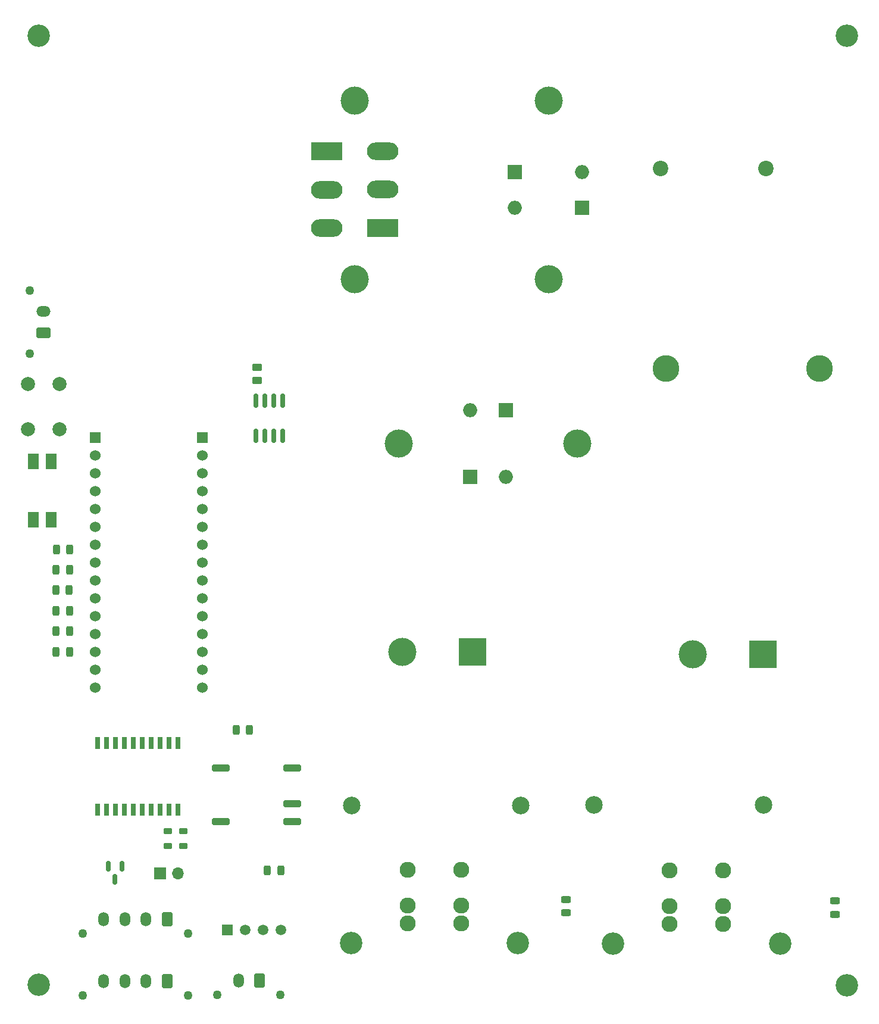
<source format=gbr>
%TF.GenerationSoftware,KiCad,Pcbnew,(6.0.1)*%
%TF.CreationDate,2022-02-04T15:42:09-06:00*%
%TF.ProjectId,MPPT,4d505054-2e6b-4696-9361-645f70636258,1.3.0*%
%TF.SameCoordinates,Original*%
%TF.FileFunction,Soldermask,Top*%
%TF.FilePolarity,Negative*%
%FSLAX46Y46*%
G04 Gerber Fmt 4.6, Leading zero omitted, Abs format (unit mm)*
G04 Created by KiCad (PCBNEW (6.0.1)) date 2022-02-04 15:42:09*
%MOMM*%
%LPD*%
G01*
G04 APERTURE LIST*
G04 Aperture macros list*
%AMRoundRect*
0 Rectangle with rounded corners*
0 $1 Rounding radius*
0 $2 $3 $4 $5 $6 $7 $8 $9 X,Y pos of 4 corners*
0 Add a 4 corners polygon primitive as box body*
4,1,4,$2,$3,$4,$5,$6,$7,$8,$9,$2,$3,0*
0 Add four circle primitives for the rounded corners*
1,1,$1+$1,$2,$3*
1,1,$1+$1,$4,$5*
1,1,$1+$1,$6,$7*
1,1,$1+$1,$8,$9*
0 Add four rect primitives between the rounded corners*
20,1,$1+$1,$2,$3,$4,$5,0*
20,1,$1+$1,$4,$5,$6,$7,0*
20,1,$1+$1,$6,$7,$8,$9,0*
20,1,$1+$1,$8,$9,$2,$3,0*%
G04 Aperture macros list end*
%ADD10C,3.800000*%
%ADD11R,4.000000X4.000000*%
%ADD12C,4.000000*%
%ADD13C,1.270000*%
%ADD14RoundRect,0.250001X0.759999X-0.499999X0.759999X0.499999X-0.759999X0.499999X-0.759999X-0.499999X0*%
%ADD15O,2.020000X1.500000*%
%ADD16C,3.200000*%
%ADD17C,2.286000*%
%ADD18RoundRect,0.250001X0.499999X0.759999X-0.499999X0.759999X-0.499999X-0.759999X0.499999X-0.759999X0*%
%ADD19O,1.500000X2.020000*%
%ADD20C,2.000000*%
%ADD21RoundRect,0.150000X-0.150000X0.587500X-0.150000X-0.587500X0.150000X-0.587500X0.150000X0.587500X0*%
%ADD22R,2.000000X2.000000*%
%ADD23O,2.000000X2.000000*%
%ADD24RoundRect,0.250000X0.450000X-0.262500X0.450000X0.262500X-0.450000X0.262500X-0.450000X-0.262500X0*%
%ADD25C,2.500000*%
%ADD26R,1.530000X1.530000*%
%ADD27C,1.530000*%
%ADD28RoundRect,0.243750X0.243750X0.456250X-0.243750X0.456250X-0.243750X-0.456250X0.243750X-0.456250X0*%
%ADD29R,0.650000X1.800000*%
%ADD30RoundRect,0.218750X0.381250X-0.218750X0.381250X0.218750X-0.381250X0.218750X-0.381250X-0.218750X0*%
%ADD31RoundRect,0.250000X-1.020000X0.250000X-1.020000X-0.250000X1.020000X-0.250000X1.020000X0.250000X0*%
%ADD32R,1.700000X1.700000*%
%ADD33O,1.700000X1.700000*%
%ADD34RoundRect,0.243750X-0.456250X0.243750X-0.456250X-0.243750X0.456250X-0.243750X0.456250X0.243750X0*%
%ADD35C,2.200000*%
%ADD36R,1.520000X2.160000*%
%ADD37RoundRect,0.243750X-0.243750X-0.456250X0.243750X-0.456250X0.243750X0.456250X-0.243750X0.456250X0*%
%ADD38R,1.508000X1.508000*%
%ADD39C,1.508000*%
%ADD40R,4.500000X2.500000*%
%ADD41O,4.500000X2.500000*%
%ADD42RoundRect,0.150000X0.150000X-0.825000X0.150000X0.825000X-0.150000X0.825000X-0.150000X-0.825000X0*%
G04 APERTURE END LIST*
D10*
%TO.C,L2*%
X133590000Y-69795000D03*
X111790000Y-69795000D03*
%TD*%
D11*
%TO.C,CP1*%
X125570000Y-110435000D03*
D12*
X115570000Y-110435000D03*
%TD*%
D13*
%TO.C,J2*%
X21285000Y-58710000D03*
X21285000Y-67710000D03*
D14*
X23245000Y-64710000D03*
D15*
X23245000Y-61710000D03*
%TD*%
D16*
%TO.C,J3*%
X127995000Y-151580000D03*
X104255000Y-151580000D03*
D17*
X112315000Y-141160000D03*
X112315000Y-146240000D03*
X112315000Y-148780000D03*
X119935000Y-146240000D03*
X119935000Y-141160000D03*
X119935000Y-148780000D03*
%TD*%
D16*
%TO.C,H1*%
X137520000Y-157565000D03*
%TD*%
%TO.C,H2*%
X22500000Y-157470000D03*
%TD*%
%TO.C,H3*%
X137500000Y-22470000D03*
%TD*%
%TO.C,H4*%
X22500000Y-22470000D03*
%TD*%
D13*
%TO.C,J6*%
X43795000Y-150127500D03*
X28795000Y-150127500D03*
D18*
X40795000Y-148167500D03*
D19*
X37795000Y-148167500D03*
X34795000Y-148167500D03*
X31795000Y-148167500D03*
%TD*%
D20*
%TO.C,SW1*%
X21010000Y-71990000D03*
X21010000Y-78490000D03*
X25510000Y-78490000D03*
X25510000Y-71990000D03*
%TD*%
D12*
%TO.C,HS3*%
X73785000Y-80475000D03*
X99185000Y-80475000D03*
%TD*%
D21*
%TO.C,U10*%
X34350000Y-140615000D03*
X32450000Y-140615000D03*
X33400000Y-142490000D03*
%TD*%
D22*
%TO.C,D6*%
X89030000Y-75710000D03*
D23*
X83950000Y-75710000D03*
%TD*%
D13*
%TO.C,J5*%
X43790000Y-158927500D03*
X28790000Y-158927500D03*
D18*
X40790000Y-156967500D03*
D19*
X37790000Y-156967500D03*
X34790000Y-156967500D03*
X31790000Y-156967500D03*
%TD*%
D24*
%TO.C,R2*%
X53580000Y-71500000D03*
X53580000Y-69675000D03*
%TD*%
D22*
%TO.C,D5*%
X83950000Y-85255000D03*
D23*
X89030000Y-85255000D03*
%TD*%
D25*
%TO.C,F2*%
X67045000Y-131955000D03*
X91145000Y-131955000D03*
%TD*%
D12*
%TO.C,HS2*%
X95065000Y-31690000D03*
X95065000Y-57090000D03*
%TD*%
D13*
%TO.C,J1*%
X47942500Y-158845000D03*
X56942500Y-158845000D03*
D18*
X53942500Y-156885000D03*
D19*
X50942500Y-156885000D03*
%TD*%
D26*
%TO.C,U2*%
X30565000Y-79655000D03*
D27*
X30565000Y-82195000D03*
X30565000Y-84735000D03*
X30565000Y-87275000D03*
X30565000Y-89815000D03*
X30565000Y-92355000D03*
X30565000Y-94895000D03*
X30565000Y-97435000D03*
X30565000Y-99975000D03*
X30565000Y-102515000D03*
X30565000Y-105055000D03*
X30565000Y-107595000D03*
X30565000Y-110135000D03*
X30565000Y-112675000D03*
X30565000Y-115215000D03*
X45805000Y-115215000D03*
X45805000Y-112675000D03*
X45805000Y-110135000D03*
X45805000Y-107595000D03*
X45805000Y-105055000D03*
X45805000Y-102515000D03*
X45805000Y-99975000D03*
X45805000Y-97435000D03*
X45805000Y-94895000D03*
X45805000Y-92355000D03*
X45805000Y-89815000D03*
X45805000Y-87275000D03*
X45805000Y-84735000D03*
X45805000Y-82195000D03*
D26*
X45805000Y-79655000D03*
%TD*%
D22*
%TO.C,R5*%
X99800000Y-46985000D03*
D23*
X99800000Y-41905000D03*
%TD*%
D28*
%TO.C,LED5*%
X26917500Y-95525000D03*
X25042500Y-95525000D03*
%TD*%
%TO.C,LED10*%
X26890000Y-101300000D03*
X25015000Y-101300000D03*
%TD*%
D29*
%TO.C,U9*%
X42350000Y-123105000D03*
X41080000Y-123105000D03*
X39810000Y-123105000D03*
X38540000Y-123105000D03*
X37270000Y-123105000D03*
X36000000Y-123105000D03*
X34730000Y-123105000D03*
X33460000Y-123105000D03*
X32190000Y-123105000D03*
X30920000Y-123105000D03*
X30920000Y-132555000D03*
X32190000Y-132555000D03*
X33460000Y-132555000D03*
X34730000Y-132555000D03*
X36000000Y-132555000D03*
X37270000Y-132555000D03*
X38540000Y-132555000D03*
X39810000Y-132555000D03*
X41080000Y-132555000D03*
X42350000Y-132555000D03*
%TD*%
D30*
%TO.C,L4*%
X43115000Y-137710000D03*
X43115000Y-135585000D03*
%TD*%
D28*
%TO.C,LED8*%
X26902500Y-110130000D03*
X25027500Y-110130000D03*
%TD*%
D30*
%TO.C,L3*%
X40890000Y-137725000D03*
X40890000Y-135600000D03*
%TD*%
D28*
%TO.C,LED7*%
X26902500Y-104255000D03*
X25027500Y-104255000D03*
%TD*%
D31*
%TO.C,U4*%
X58570000Y-134285000D03*
X58570000Y-131745000D03*
X58570000Y-126665000D03*
X48410000Y-126665000D03*
X48410000Y-134285000D03*
%TD*%
D12*
%TO.C,HS1*%
X67530000Y-57085000D03*
X67530000Y-31685000D03*
%TD*%
D32*
%TO.C,JP1*%
X39825000Y-141620000D03*
D33*
X42365000Y-141620000D03*
%TD*%
D34*
%TO.C,LED3*%
X135860000Y-145544000D03*
X135860000Y-147419000D03*
%TD*%
D35*
%TO.C,C9*%
X110975000Y-41325000D03*
X125975000Y-41325000D03*
%TD*%
D36*
%TO.C,SW2*%
X24280000Y-83045000D03*
X21740000Y-83045000D03*
X21740000Y-91305000D03*
X24280000Y-91305000D03*
%TD*%
D28*
%TO.C,LED9*%
X26907500Y-107135000D03*
X25032500Y-107135000D03*
%TD*%
D37*
%TO.C,LED1*%
X55077500Y-141145000D03*
X56952500Y-141145000D03*
%TD*%
D38*
%TO.C,U1*%
X49347500Y-149695000D03*
D39*
X51887500Y-149695000D03*
X54427500Y-149695000D03*
X56967500Y-149695000D03*
%TD*%
D37*
%TO.C,LED2*%
X50672500Y-121195000D03*
X52547500Y-121195000D03*
%TD*%
D40*
%TO.C,Q1*%
X63525000Y-38930000D03*
D41*
X63525000Y-44380000D03*
X63525000Y-49830000D03*
%TD*%
D16*
%TO.C,J4*%
X90715000Y-151515000D03*
X66975000Y-151515000D03*
D17*
X75035000Y-148715000D03*
X75035000Y-146175000D03*
X75035000Y-141095000D03*
X82655000Y-148715000D03*
X82655000Y-146175000D03*
X82655000Y-141095000D03*
%TD*%
D22*
%TO.C,D4*%
X90270000Y-41905000D03*
D23*
X90270000Y-46985000D03*
%TD*%
D40*
%TO.C,Q2*%
X71435000Y-49800000D03*
D41*
X71435000Y-44350000D03*
X71435000Y-38900000D03*
%TD*%
D34*
%TO.C,LED4*%
X97525000Y-145347500D03*
X97525000Y-147222500D03*
%TD*%
D25*
%TO.C,F1*%
X125670000Y-131874000D03*
X101570000Y-131874000D03*
%TD*%
D42*
%TO.C,U3*%
X53425000Y-79345000D03*
X54695000Y-79345000D03*
X55965000Y-79345000D03*
X57235000Y-79345000D03*
X57235000Y-74395000D03*
X55965000Y-74395000D03*
X54695000Y-74395000D03*
X53425000Y-74395000D03*
%TD*%
D28*
%TO.C,LED6*%
X26907500Y-98420000D03*
X25032500Y-98420000D03*
%TD*%
D11*
%TO.C,CP2*%
X84225000Y-110145000D03*
D12*
X74225000Y-110145000D03*
%TD*%
M02*

</source>
